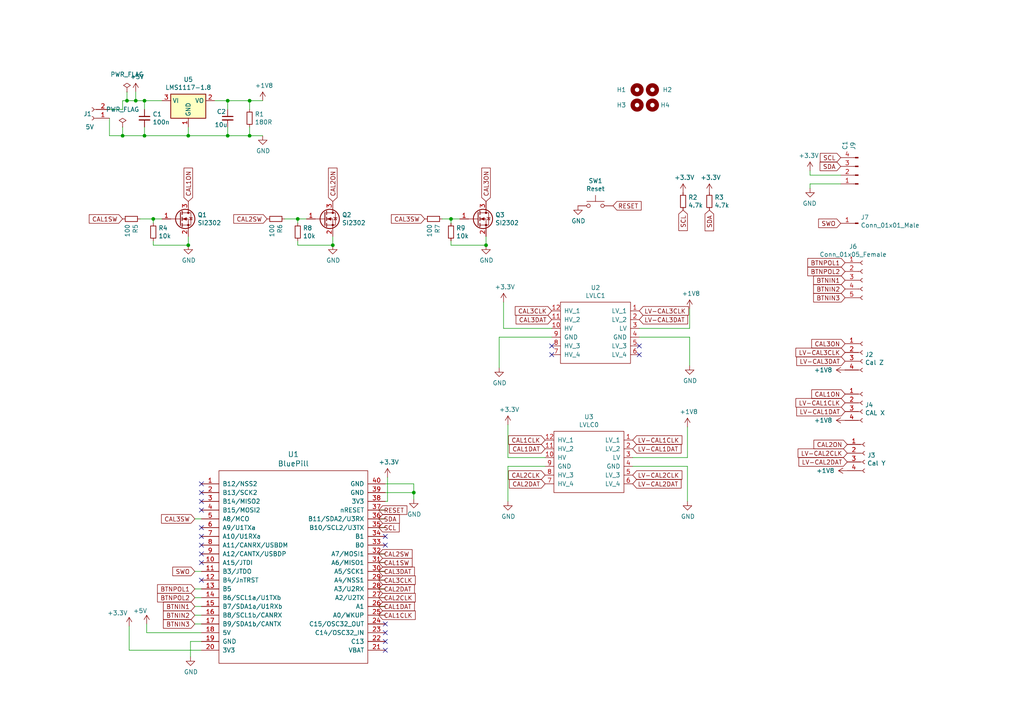
<source format=kicad_sch>
(kicad_sch (version 20231120) (generator "eeschema") (generator_version "8.0")
  (paper "A4")
  (lib_symbols
    (symbol "Connector:Conn_01x01_Pin" (pin_names (offset 1.016) hide)
      (property "Reference" "J" (at 0 2.54 0))
      (property "Value" "Conn_01x01_Pin" (at 0 -2.54 0))
      (symbol "Conn_01x01_Pin_1_1"
        (polyline (pts (xy 1.27 0) (xy 0.8636 0)) (stroke (width 0.1524)))
        (rectangle (start 0.8636 0.127) (end 0 -0.127) (stroke (width 0.1524)) (fill (type outline)))
        (pin passive line (at 5.08 0 180) (length 3.81) (name "Pin_1") (number "1"))
      )
    )
    (symbol "Connector:Conn_01x02_Socket" (pin_names (offset 1.016) hide)
      (property "Reference" "J" (at 0 2.54 0))
      (property "Value" "Conn_01x02_Socket" (at 0 -5.08 0))
      (symbol "Conn_01x02_Socket_1_1"
        (arc (start 0 -2.032) (mid -0.5058 -2.54) (end 0 -3.048) (stroke (width 0.1524)))
        (polyline (pts (xy -1.27 -2.54) (xy -0.508 -2.54)) (stroke (width 0.1524)))
        (polyline (pts (xy -1.27 0) (xy -0.508 0)) (stroke (width 0.1524)))
        (arc (start 0 0.508) (mid -0.5058 0) (end 0 -0.508) (stroke (width 0.1524)))
        (pin passive line (at -5.08 0 0) (length 3.81) (name "Pin_1") (number "1"))
        (pin passive line (at -5.08 -2.54 0) (length 3.81) (name "Pin_2") (number "2"))
      )
    )
    (symbol "Connector:Conn_01x04_Pin" (pin_names (offset 1.016) hide)
      (property "Reference" "J" (at 0 5.08 0))
      (property "Value" "Conn_01x04_Pin" (at 0 -7.62 0))
      (symbol "Conn_01x04_Pin_1_1"
        (polyline (pts (xy 1.27 -5.08) (xy 0.8636 -5.08)) (stroke (width 0.1524)))
        (polyline (pts (xy 1.27 -2.54) (xy 0.8636 -2.54)) (stroke (width 0.1524)))
        (polyline (pts (xy 1.27 0) (xy 0.8636 0)) (stroke (width 0.1524)))
        (polyline (pts (xy 1.27 2.54) (xy 0.8636 2.54)) (stroke (width 0.1524)))
        (rectangle (start 0.8636 -4.953) (end 0 -5.207) (stroke (width 0.1524)) (fill (type outline)))
        (rectangle (start 0.8636 -2.413) (end 0 -2.667) (stroke (width 0.1524)) (fill (type outline)))
        (rectangle (start 0.8636 0.127) (end 0 -0.127) (stroke (width 0.1524)) (fill (type outline)))
        (rectangle (start 0.8636 2.667) (end 0 2.413) (stroke (width 0.1524)) (fill (type outline)))
        (pin passive line (at 5.08 2.54 180) (length 3.81) (name "Pin_1") (number "1"))
        (pin passive line (at 5.08 0 180) (length 3.81) (name "Pin_2") (number "2"))
        (pin passive line (at 5.08 -2.54 180) (length 3.81) (name "Pin_3") (number "3"))
        (pin passive line (at 5.08 -5.08 180) (length 3.81) (name "Pin_4") (number "4"))
      )
    )
    (symbol "Connector:Conn_01x04_Socket" (pin_names (offset 1.016) hide)
      (property "Reference" "J" (at 0 5.08 0))
      (property "Value" "Conn_01x04_Socket" (at 0 -7.62 0))
      (symbol "Conn_01x04_Socket_1_1"
        (arc (start 0 -4.572) (mid -0.5058 -5.08) (end 0 -5.588) (stroke (width 0.1524)))
        (arc (start 0 -2.032) (mid -0.5058 -2.54) (end 0 -3.048) (stroke (width 0.1524)))
        (polyline (pts (xy -1.27 -5.08) (xy -0.508 -5.08)) (stroke (width 0.1524)))
        (polyline (pts (xy -1.27 -2.54) (xy -0.508 -2.54)) (stroke (width 0.1524)))
        (polyline (pts (xy -1.27 0) (xy -0.508 0)) (stroke (width 0.1524)))
        (polyline (pts (xy -1.27 2.54) (xy -0.508 2.54)) (stroke (width 0.1524)))
        (arc (start 0 0.508) (mid -0.5058 0) (end 0 -0.508) (stroke (width 0.1524)))
        (arc (start 0 3.048) (mid -0.5058 2.54) (end 0 2.032) (stroke (width 0.1524)))
        (pin passive line (at -5.08 2.54 0) (length 3.81) (name "Pin_1") (number "1"))
        (pin passive line (at -5.08 0 0) (length 3.81) (name "Pin_2") (number "2"))
        (pin passive line (at -5.08 -2.54 0) (length 3.81) (name "Pin_3") (number "3"))
        (pin passive line (at -5.08 -5.08 0) (length 3.81) (name "Pin_4") (number "4"))
      )
    )
    (symbol "Connector:Conn_01x05_Socket" (pin_names (offset 1.016) hide)
      (property "Reference" "J" (at 0 7.62 0))
      (property "Value" "Conn_01x05_Socket" (at 0 -7.62 0))
      (symbol "Conn_01x05_Socket_1_1"
        (arc (start 0 -4.572) (mid -0.5058 -5.08) (end 0 -5.588) (stroke (width 0.1524)))
        (arc (start 0 -2.032) (mid -0.5058 -2.54) (end 0 -3.048) (stroke (width 0.1524)))
        (polyline (pts (xy -1.27 -5.08) (xy -0.508 -5.08)) (stroke (width 0.1524)))
        (polyline (pts (xy -1.27 -2.54) (xy -0.508 -2.54)) (stroke (width 0.1524)))
        (polyline (pts (xy -1.27 0) (xy -0.508 0)) (stroke (width 0.1524)))
        (polyline (pts (xy -1.27 2.54) (xy -0.508 2.54)) (stroke (width 0.1524)))
        (polyline (pts (xy -1.27 5.08) (xy -0.508 5.08)) (stroke (width 0.1524)))
        (arc (start 0 0.508) (mid -0.5058 0) (end 0 -0.508) (stroke (width 0.1524)))
        (arc (start 0 3.048) (mid -0.5058 2.54) (end 0 2.032) (stroke (width 0.1524)))
        (arc (start 0 5.588) (mid -0.5058 5.08) (end 0 4.572) (stroke (width 0.1524)))
        (pin passive line (at -5.08 5.08 0) (length 3.81) (name "Pin_1") (number "1"))
        (pin passive line (at -5.08 2.54 0) (length 3.81) (name "Pin_2") (number "2"))
        (pin passive line (at -5.08 0 0) (length 3.81) (name "Pin_3") (number "3"))
        (pin passive line (at -5.08 -2.54 0) (length 3.81) (name "Pin_4") (number "4"))
        (pin passive line (at -5.08 -5.08 0) (length 3.81) (name "Pin_5") (number "5"))
      )
    )
    (symbol "Device:C_Small" (pin_numbers hide) (pin_names (offset 0.254) hide)
      (property "Reference" "C" (at 0.254 1.778 0))
      (property "Value" "C_Small" (at 0.254 -2.032 0))
      (symbol "C_Small_0_1"
        (polyline (pts (xy -1.524 -0.508) (xy 1.524 -0.508)) (stroke (width 0.3302)))
        (polyline (pts (xy -1.524 0.508) (xy 1.524 0.508)) (stroke (width 0.3048)))
      )
      (symbol "C_Small_1_1"
        (pin passive line (at 0 2.54 270) (length 2.032) (name "~") (number "1"))
        (pin passive line (at 0 -2.54 90) (length 2.032) (name "~") (number "2"))
      )
    )
    (symbol "Device:R_Small" (pin_numbers hide) (pin_names (offset 0.254) hide)
      (property "Reference" "R" (at 0.762 0.508 0))
      (property "Value" "R_Small" (at 0.762 -1.016 0))
      (symbol "R_Small_0_1"
        (rectangle (start -0.762 1.778) (end 0.762 -1.778) (stroke (width 0.2032)))
      )
      (symbol "R_Small_1_1"
        (pin passive line (at 0 2.54 270) (length 0.762) (name "~") (number "1"))
        (pin passive line (at 0 -2.54 90) (length 0.762) (name "~") (number "2"))
      )
    )
    (symbol "Mechanical:MountingHole" (pin_names (offset 1.016))
      (property "Reference" "H" (at 0 5.08 0))
      (property "Value" "MountingHole" (at 0 3.175 0))
      (symbol "MountingHole_0_1"
        (circle (center 0 0) (radius 1.27) (stroke (width 1.27)))
      )
    )
    (symbol "Regulator_Linear:LD1117S12TR_SOT223"
      (property "Reference" "U" (at -3.81 3.175 0))
      (property "Value" "LD1117S12TR_SOT223" (at 0 3.175 0))
      (symbol "LD1117S12TR_SOT223_0_1"
        (rectangle (start -5.08 -5.08) (end 5.08 1.905) (stroke (width 0.254)) (fill (type background)))
      )
      (symbol "LD1117S12TR_SOT223_1_1"
        (pin power_in line (at 0 -7.62 90) (length 2.54) (name "GND") (number "1"))
        (pin power_out line (at 7.62 0 180) (length 2.54) (name "VO") (number "2"))
        (pin power_in line (at -7.62 0 0) (length 2.54) (name "VI") (number "3"))
      )
    )
    (symbol "Switch:SW_Push" (pin_numbers hide) (pin_names (offset 1.016) hide)
      (property "Reference" "SW" (at 1.27 2.54 0))
      (property "Value" "SW_Push" (at 0 -1.524 0))
      (symbol "SW_Push_0_1"
        (circle (center -2.032 0) (radius 0.508))
        (polyline (pts (xy 0 1.27) (xy 0 3.048)))
        (polyline (pts (xy 2.54 1.27) (xy -2.54 1.27)))
        (circle (center 2.032 0) (radius 0.508))
        (pin passive line (at -5.08 0 0) (length 2.54) (name "1") (number "1"))
        (pin passive line (at 5.08 0 180) (length 2.54) (name "2") (number "2"))
      )
    )
    (symbol "Transistor_FET:BSS138" (pin_names hide)
      (property "Reference" "Q" (at 5.08 1.905 0))
      (property "Value" "BSS138" (at 5.08 0 0))
      (symbol "BSS138_0_1"
        (polyline (pts (xy 0.254 0) (xy -2.54 0)))
        (polyline (pts (xy 0.254 1.905) (xy 0.254 -1.905)) (stroke (width 0.254)))
        (polyline (pts (xy 0.762 -1.27) (xy 0.762 -2.286)) (stroke (width 0.254)))
        (polyline (pts (xy 0.762 0.508) (xy 0.762 -0.508)) (stroke (width 0.254)))
        (polyline (pts (xy 0.762 2.286) (xy 0.762 1.27)) (stroke (width 0.254)))
        (polyline (pts (xy 2.54 2.54) (xy 2.54 1.778)))
        (polyline (pts (xy 2.54 -2.54) (xy 2.54 0) (xy 0.762 0)))
        (polyline (pts (xy 0.762 -1.778) (xy 3.302 -1.778) (xy 3.302 1.778) (xy 0.762 1.778)))
        (polyline (pts (xy 1.016 0) (xy 2.032 0.381) (xy 2.032 -0.381) (xy 1.016 0)) (fill (type outline)))
        (polyline (pts (xy 2.794 0.508) (xy 2.921 0.381) (xy 3.683 0.381) (xy 3.81 0.254)))
        (polyline (pts (xy 3.302 0.381) (xy 2.921 -0.254) (xy 3.683 -0.254) (xy 3.302 0.381)))
        (circle (center 1.651 0) (radius 2.794) (stroke (width 0.254)))
        (circle (center 2.54 -1.778) (radius 0.254) (fill (type outline)))
        (circle (center 2.54 1.778) (radius 0.254) (fill (type outline)))
      )
      (symbol "BSS138_1_1"
        (pin input line (at -5.08 0 0) (length 2.54) (name "G") (number "1"))
        (pin passive line (at 2.54 -5.08 90) (length 2.54) (name "S") (number "2"))
        (pin passive line (at 2.54 5.08 270) (length 2.54) (name "D") (number "3"))
      )
    )
    (symbol "dro:BluePill" (pin_names (offset 1.016))
      (property "Reference" "U" (at 0 21.59 0))
      (property "Value" "BluePill" (at 0 -12.7 90))
      (symbol "BluePill_0_1"
        (rectangle (start -21.59 26.67) (end 21.59 -29.21))
      )
      (symbol "BluePill_1_1"
        (pin input line (at -26.67 22.86 0) (length 5.08) (name "B12/NSS2") (number "1"))
        (pin input line (at -26.67 0 0) (length 5.08) (name "A15/JTDI") (number "10"))
        (pin input line (at -26.67 -2.54 0) (length 5.08) (name "B3/JTDO") (number "11"))
        (pin input line (at -26.67 -5.08 0) (length 5.08) (name "B4/JnTRST") (number "12"))
        (pin input line (at -26.67 -7.62 0) (length 5.08) (name "B5") (number "13"))
        (pin input line (at -26.67 -10.16 0) (length 5.08) (name "B6/SCL1a/U1TXb") (number "14"))
        (pin input line (at -26.67 -12.7 0) (length 5.08) (name "B7/SDA1a/U1RXb") (number "15"))
        (pin input line (at -26.67 -15.24 0) (length 5.08) (name "B8/SCL1b/CANRX") (number "16"))
        (pin input line (at -26.67 -17.78 0) (length 5.08) (name "B9/SDA1b/CANTX") (number "17"))
        (pin input line (at -26.67 -20.32 0) (length 5.08) (name "5V") (number "18"))
        (pin input line (at -26.67 -22.86 0) (length 5.08) (name "GND") (number "19"))
        (pin input line (at -26.67 20.32 0) (length 5.08) (name "B13/SCK2") (number "2"))
        (pin input line (at -26.67 -25.4 0) (length 5.08) (name "3V3") (number "20"))
        (pin input line (at 26.67 -25.4 180) (length 5.08) (name "VBAT") (number "21"))
        (pin input line (at 26.67 -22.86 180) (length 5.08) (name "C13") (number "22"))
        (pin input line (at 26.67 -20.32 180) (length 5.08) (name "C14/OSC32_IN") (number "23"))
        (pin input line (at 26.67 -17.78 180) (length 5.08) (name "C15/OSC32_OUT") (number "24"))
        (pin input line (at 26.67 -15.24 180) (length 5.08) (name "A0/WKUP") (number "25"))
        (pin input line (at 26.67 -12.7 180) (length 5.08) (name "A1") (number "26"))
        (pin input line (at 26.67 -10.16 180) (length 5.08) (name "A2/U2TX") (number "27"))
        (pin input line (at 26.67 -7.62 180) (length 5.08) (name "A3/U2RX") (number "28"))
        (pin input line (at 26.67 -5.08 180) (length 5.08) (name "A4/NSS1") (number "29"))
        (pin input line (at -26.67 17.78 0) (length 5.08) (name "B14/MISO2") (number "3"))
        (pin input line (at 26.67 -2.54 180) (length 5.08) (name "A5/SCK1") (number "30"))
        (pin input line (at 26.67 0 180) (length 5.08) (name "A6/MISO1") (number "31"))
        (pin input line (at 26.67 2.54 180) (length 5.08) (name "A7/MOSI1") (number "32"))
        (pin input line (at 26.67 5.08 180) (length 5.08) (name "B0") (number "33"))
        (pin input line (at 26.67 7.62 180) (length 5.08) (name "B1") (number "34"))
        (pin input line (at 26.67 10.16 180) (length 5.08) (name "B10/SCL2/U3TX") (number "35"))
        (pin input line (at 26.67 12.7 180) (length 5.08) (name "B11/SDA2/U3RX") (number "36"))
        (pin input line (at 26.67 15.24 180) (length 5.08) (name "nRESET") (number "37"))
        (pin input line (at 26.67 17.78 180) (length 5.08) (name "3V3") (number "38"))
        (pin input line (at 26.67 20.32 180) (length 5.08) (name "GND") (number "39"))
        (pin input line (at -26.67 15.24 0) (length 5.08) (name "B15/MOSI2") (number "4"))
        (pin input line (at 26.67 22.86 180) (length 5.08) (name "GND") (number "40"))
        (pin input line (at -26.67 12.7 0) (length 5.08) (name "A8/MCO") (number "5"))
        (pin input line (at -26.67 10.16 0) (length 5.08) (name "A9/U1TXa") (number "6"))
        (pin input line (at -26.67 7.62 0) (length 5.08) (name "A10/U1RXa") (number "7"))
        (pin input line (at -26.67 5.08 0) (length 5.08) (name "A11/CANRX/USBDM") (number "8"))
        (pin input line (at -26.67 2.54 0) (length 5.08) (name "A12/CANTX/USBDP") (number "9"))
      )
    )
    (symbol "dro:LVLC" (pin_names (offset 1.016))
      (property "Reference" "U" (at 0 0 0))
      (property "Value" "LVLC" (at 0 6.35 0))
      (symbol "LVLC_0_0"
        (rectangle (start -11.43 -8.89) (end 8.89 8.89))
      )
      (symbol "LVLC_1_1"
        (pin bidirectional line (at -13.97 6.35 0) (length 2.54) (name "LV_1") (number "1"))
        (pin power_in line (at 11.43 1.27 180) (length 2.54) (name "HV") (number "10"))
        (pin bidirectional line (at 11.43 3.81 180) (length 2.54) (name "HV_2") (number "11"))
        (pin bidirectional line (at 11.43 6.35 180) (length 2.54) (name "HV_1") (number "12"))
        (pin bidirectional line (at -13.97 3.81 0) (length 2.54) (name "LV_2") (number "2"))
        (pin power_in line (at -13.97 1.27 0) (length 2.54) (name "LV") (number "3"))
        (pin power_in line (at -13.97 -1.27 0) (length 2.54) (name "GND") (number "4"))
        (pin bidirectional line (at -13.97 -3.81 0) (length 2.54) (name "LV_3") (number "5"))
        (pin bidirectional line (at -13.97 -6.35 0) (length 2.54) (name "LV_4") (number "6"))
        (pin bidirectional line (at 11.43 -6.35 180) (length 2.54) (name "HV_4") (number "7"))
        (pin bidirectional line (at 11.43 -3.81 180) (length 2.54) (name "HV_3") (number "8"))
        (pin power_in line (at 11.43 -1.27 180) (length 2.54) (name "GND") (number "9"))
      )
    )
    (symbol "power:+1V8" (power) (pin_names (offset 0))
      (property "Value" "+1V8" (at 0 3.556 0))
      (symbol "+1V8_0_1"
        (polyline (pts (xy -0.762 1.27) (xy 0 2.54)))
        (polyline (pts (xy 0 0) (xy 0 2.54)))
        (polyline (pts (xy 0 2.54) (xy 0.762 1.27)))
      )
      (symbol "+1V8_1_1"
        (pin power_in line (at 0 0 90) (length 0) hide (name "+1V8") (number "1"))
      )
    )
    (symbol "power:+3.3V" (power) (pin_names (offset 0))
      (property "Value" "+3.3V" (at 0 3.556 0))
      (symbol "+3.3V_0_1"
        (polyline (pts (xy -0.762 1.27) (xy 0 2.54)))
        (polyline (pts (xy 0 0) (xy 0 2.54)))
        (polyline (pts (xy 0 2.54) (xy 0.762 1.27)))
      )
      (symbol "+3.3V_1_1"
        (pin power_in line (at 0 0 90) (length 0) hide (name "+3.3V") (number "1"))
      )
    )
    (symbol "power:+5V" (power) (pin_names (offset 0))
      (property "Value" "+5V" (at 0 3.556 0))
      (symbol "+5V_0_1"
        (polyline (pts (xy -0.762 1.27) (xy 0 2.54)))
        (polyline (pts (xy 0 0) (xy 0 2.54)))
        (polyline (pts (xy 0 2.54) (xy 0.762 1.27)))
      )
      (symbol "+5V_1_1"
        (pin power_in line (at 0 0 90) (length 0) hide (name "+5V") (number "1"))
      )
    )
    (symbol "power:GND" (power) (pin_names (offset 0))
      (property "Value" "GND" (at 0 -3.81 0))
      (symbol "GND_0_1"
        (polyline (pts (xy 0 0) (xy 0 -1.27) (xy 1.27 -1.27) (xy 0 -2.54) (xy -1.27 -1.27) (xy 0 -1.27)))
      )
      (symbol "GND_1_1"
        (pin power_in line (at 0 0 270) (length 0) hide (name "GND") (number "1"))
      )
    )
    (symbol "power:PWR_FLAG" (power) (pin_numbers hide) (pin_names (offset 0) hide)
      (property "Value" "PWR_FLAG" (at 0 3.81 0))
      (symbol "PWR_FLAG_0_0"
        (pin power_out line (at 0 0 90) (length 0) (name "pwr") (number "1"))
      )
      (symbol "PWR_FLAG_0_1"
        (polyline (pts (xy 0 0) (xy 0 1.27) (xy -1.016 1.905) (xy 0 2.54) (xy 1.016 1.905) (xy 0 1.27)))
      )
    )
  )
  (junction (at 66.04 29.21))
  (junction (at 35.56 39.37))
  (junction (at 72.39 39.37))
  (junction (at 54.61 71.12))
  (junction (at 140.97 71.12))
  (junction (at 44.45 63.5))
  (junction (at 36.83 29.21))
  (junction (at 120.015 142.875))
  (junction (at 86.36 63.5))
  (junction (at 130.81 63.5))
  (junction (at 72.39 29.21))
  (junction (at 96.52 71.12))
  (junction (at 54.61 39.37))
  (junction (at 39.37 29.21))
  (junction (at 41.91 39.37))
  (junction (at 41.91 29.21))
  (junction (at 66.04 39.37))
  (no_connect (at 111.76 158.115))
  (no_connect (at 58.42 140.335))
  (no_connect (at 58.42 155.575))
  (no_connect (at 160.02 100.33))
  (no_connect (at 111.76 183.515))
  (no_connect (at 58.42 153.035))
  (no_connect (at 58.42 147.955))
  (no_connect (at 58.42 158.115))
  (no_connect (at 185.42 100.33))
  (no_connect (at 58.42 163.195))
  (no_connect (at 111.76 155.575))
  (no_connect (at 160.02 102.87))
  (no_connect (at 58.42 168.275))
  (no_connect (at 58.42 142.875))
  (no_connect (at 58.42 160.655))
  (no_connect (at 111.76 186.055))
  (no_connect (at 58.42 145.415))
  (no_connect (at 111.76 180.975))
  (no_connect (at 111.76 188.595))
  (no_connect (at 185.42 102.87))
  (wire (pts (xy 183.515 135.255) (xy 199.39 135.255)))
  (wire (pts (xy 41.91 36.83) (xy 41.91 39.37)))
  (wire (pts (xy 144.78 97.79) (xy 144.78 106.68)))
  (wire (pts (xy 82.55 63.5) (xy 86.36 63.5)))
  (wire (pts (xy 35.56 39.37) (xy 41.91 39.37)))
  (wire (pts (xy 66.04 36.83) (xy 66.04 39.37)))
  (wire (pts (xy 44.45 71.12) (xy 44.45 69.85)))
  (wire (pts (xy 200.025 97.79) (xy 200.025 106.045)))
  (wire (pts (xy 130.81 71.12) (xy 140.97 71.12)))
  (wire (pts (xy 31.75 31.75) (xy 35.56 31.75)))
  (wire (pts (xy 37.465 188.595) (xy 37.465 181.61)))
  (wire (pts (xy 144.78 97.79) (xy 160.02 97.79)))
  (wire (pts (xy 58.42 165.735) (xy 56.515 165.735)))
  (wire (pts (xy 62.23 29.21) (xy 66.04 29.21)))
  (wire (pts (xy 147.32 123.19) (xy 147.32 132.715)))
  (wire (pts (xy 72.39 31.75) (xy 72.39 29.21)))
  (wire (pts (xy 42.545 183.515) (xy 42.545 180.975)))
  (wire (pts (xy 111.76 178.435) (xy 109.855 178.435)))
  (wire (pts (xy 111.76 170.815) (xy 109.855 170.815)))
  (wire (pts (xy 185.42 97.79) (xy 200.025 97.79)))
  (wire (pts (xy 58.42 175.895) (xy 56.515 175.895)))
  (wire (pts (xy 120.015 140.335) (xy 120.015 142.875)))
  (wire (pts (xy 72.39 29.21) (xy 76.2 29.21)))
  (wire (pts (xy 234.95 53.34) (xy 243.84 53.34)))
  (wire (pts (xy 58.42 173.355) (xy 56.515 173.355)))
  (wire (pts (xy 44.45 71.12) (xy 54.61 71.12)))
  (wire (pts (xy 111.76 173.355) (xy 109.855 173.355)))
  (wire (pts (xy 41.91 39.37) (xy 54.61 39.37)))
  (wire (pts (xy 146.05 87.63) (xy 146.05 95.25)))
  (wire (pts (xy 36.83 29.21) (xy 39.37 29.21)))
  (wire (pts (xy 111.76 142.875) (xy 120.015 142.875)))
  (wire (pts (xy 35.56 31.75) (xy 35.56 29.21)))
  (wire (pts (xy 111.76 165.735) (xy 109.855 165.735)))
  (wire (pts (xy 31.75 34.29) (xy 31.75 39.37)))
  (wire (pts (xy 86.36 71.12) (xy 96.52 71.12)))
  (wire (pts (xy 111.76 150.495) (xy 109.855 150.495)))
  (wire (pts (xy 58.42 180.975) (xy 56.515 180.975)))
  (wire (pts (xy 130.81 71.12) (xy 130.81 69.85)))
  (wire (pts (xy 58.42 150.495) (xy 56.515 150.495)))
  (wire (pts (xy 54.61 68.58) (xy 54.61 71.12)))
  (wire (pts (xy 35.56 36.83) (xy 35.56 39.37)))
  (wire (pts (xy 54.61 36.83) (xy 54.61 39.37)))
  (wire (pts (xy 158.115 135.255) (xy 147.32 135.255)))
  (wire (pts (xy 86.36 71.12) (xy 86.36 69.85)))
  (wire (pts (xy 41.91 31.75) (xy 41.91 29.21)))
  (wire (pts (xy 111.76 168.275) (xy 109.855 168.275)))
  (wire (pts (xy 39.37 29.21) (xy 41.91 29.21)))
  (wire (pts (xy 41.91 29.21) (xy 46.99 29.21)))
  (wire (pts (xy 39.37 26.67) (xy 39.37 29.21)))
  (wire (pts (xy 40.64 63.5) (xy 44.45 63.5)))
  (wire (pts (xy 112.395 145.415) (xy 112.395 138.43)))
  (wire (pts (xy 66.04 39.37) (xy 72.39 39.37)))
  (wire (pts (xy 234.95 49.53) (xy 234.95 50.8)))
  (wire (pts (xy 147.32 135.255) (xy 147.32 145.415)))
  (wire (pts (xy 86.36 63.5) (xy 88.9 63.5)))
  (wire (pts (xy 140.97 68.58) (xy 140.97 71.12)))
  (wire (pts (xy 72.39 39.37) (xy 76.2 39.37)))
  (wire (pts (xy 199.39 132.715) (xy 199.39 123.825)))
  (wire (pts (xy 111.76 153.035) (xy 109.855 153.035)))
  (wire (pts (xy 234.95 50.8) (xy 243.84 50.8)))
  (wire (pts (xy 111.76 140.335) (xy 120.015 140.335)))
  (wire (pts (xy 183.515 132.715) (xy 199.39 132.715)))
  (wire (pts (xy 54.61 39.37) (xy 66.04 39.37)))
  (wire (pts (xy 146.05 95.25) (xy 160.02 95.25)))
  (wire (pts (xy 130.81 63.5) (xy 133.35 63.5)))
  (wire (pts (xy 120.015 142.875) (xy 120.015 144.78)))
  (wire (pts (xy 72.39 36.83) (xy 72.39 39.37)))
  (wire (pts (xy 200.025 95.25) (xy 200.025 89.535)))
  (wire (pts (xy 158.115 132.715) (xy 147.32 132.715)))
  (wire (pts (xy 96.52 68.58) (xy 96.52 71.12)))
  (wire (pts (xy 128.27 63.5) (xy 130.81 63.5)))
  (wire (pts (xy 55.245 186.055) (xy 55.245 190.5)))
  (wire (pts (xy 199.39 135.255) (xy 199.39 145.415)))
  (wire (pts (xy 44.45 63.5) (xy 46.99 63.5)))
  (wire (pts (xy 234.95 54.61) (xy 234.95 53.34)))
  (wire (pts (xy 111.76 160.655) (xy 109.855 160.655)))
  (wire (pts (xy 42.545 183.515) (xy 58.42 183.515)))
  (wire (pts (xy 86.36 64.77) (xy 86.36 63.5)))
  (wire (pts (xy 58.42 186.055) (xy 55.245 186.055)))
  (wire (pts (xy 58.42 170.815) (xy 56.515 170.815)))
  (wire (pts (xy 58.42 178.435) (xy 56.515 178.435)))
  (wire (pts (xy 130.81 64.77) (xy 130.81 63.5)))
  (wire (pts (xy 31.75 39.37) (xy 35.56 39.37)))
  (wire (pts (xy 111.76 147.955) (xy 109.855 147.955)))
  (wire (pts (xy 185.42 95.25) (xy 200.025 95.25)))
  (wire (pts (xy 111.76 145.415) (xy 112.395 145.415)))
  (wire (pts (xy 35.56 29.21) (xy 36.83 29.21)))
  (wire (pts (xy 37.465 188.595) (xy 58.42 188.595)))
  (wire (pts (xy 111.76 163.195) (xy 109.855 163.195)))
  (wire (pts (xy 66.04 31.75) (xy 66.04 29.21)))
  (wire (pts (xy 111.76 175.895) (xy 109.855 175.895)))
  (wire (pts (xy 36.83 26.67) (xy 36.83 29.21)))
  (wire (pts (xy 44.45 64.77) (xy 44.45 63.5)))
  (wire (pts (xy 66.04 29.21) (xy 72.39 29.21)))
  (global_label "SWO" (shape input) (at 56.515 165.735 180) (property "Intersheetrefs" "${INTERSHEET_REFS}" (effects (hide yes))))
  (global_label "CAL2DAT" (shape input) (at 158.115 140.335 180) (property "Intersheetrefs" "${INTERSHEET_REFS}" (effects (hide yes))))
  (global_label "CAL2ON" (shape input) (at 245.745 128.905 180) (property "Intersheetrefs" "${INTERSHEET_REFS}" (effects (hide yes))))
  (global_label "CAL1DAT" (shape input) (at 109.855 175.895 0) (property "Intersheetrefs" "${INTERSHEET_REFS}" (effects (hide yes))))
  (global_label "BTNIN3" (shape input) (at 245.11 86.36 180) (property "Intersheetrefs" "${INTERSHEET_REFS}" (effects (hide yes))))
  (global_label "LV-CAL3CLK" (shape input) (at 245.11 102.235 180) (property "Intersheetrefs" "${INTERSHEET_REFS}" (effects (hide yes))))
  (global_label "LV-CAL2CLK" (shape input) (at 183.515 137.795 0) (property "Intersheetrefs" "${INTERSHEET_REFS}" (effects (hide yes))))
  (global_label "RESET" (shape input) (at 109.855 147.955 0) (property "Intersheetrefs" "${INTERSHEET_REFS}" (effects (hide yes))))
  (global_label "CAL3ON" (shape input) (at 140.97 58.42 90) (property "Intersheetrefs" "${INTERSHEET_REFS}" (effects (hide yes))))
  (global_label "LV-CAL3CLK" (shape input) (at 185.42 90.17 0) (property "Intersheetrefs" "${INTERSHEET_REFS}" (effects (hide yes))))
  (global_label "BTNPOL2" (shape input) (at 245.11 78.74 180) (property "Intersheetrefs" "${INTERSHEET_REFS}" (effects (hide yes))))
  (global_label "LV-CAL2CLK" (shape input) (at 245.745 131.445 180) (property "Intersheetrefs" "${INTERSHEET_REFS}" (effects (hide yes))))
  (global_label "LV-CAL1DAT" (shape input) (at 245.11 119.38 180) (property "Intersheetrefs" "${INTERSHEET_REFS}" (effects (hide yes))))
  (global_label "LV-CAL1CLK" (shape input) (at 245.11 116.84 180) (property "Intersheetrefs" "${INTERSHEET_REFS}" (effects (hide yes))))
  (global_label "BTNIN3" (shape input) (at 56.515 180.975 180) (property "Intersheetrefs" "${INTERSHEET_REFS}" (effects (hide yes))))
  (global_label "LV-CAL1DAT" (shape input) (at 183.515 130.175 0) (property "Intersheetrefs" "${INTERSHEET_REFS}" (effects (hide yes))))
  (global_label "SWO" (shape input) (at 243.84 64.77 180) (property "Intersheetrefs" "${INTERSHEET_REFS}" (effects (hide yes))))
  (global_label "BTNIN2" (shape input) (at 245.11 83.82 180) (property "Intersheetrefs" "${INTERSHEET_REFS}" (effects (hide yes))))
  (global_label "BTNIN1" (shape input) (at 56.515 175.895 180) (property "Intersheetrefs" "${INTERSHEET_REFS}" (effects (hide yes))))
  (global_label "BTNIN1" (shape input) (at 245.11 81.28 180) (property "Intersheetrefs" "${INTERSHEET_REFS}" (effects (hide yes))))
  (global_label "CAL3CLK" (shape input) (at 160.02 90.17 180) (property "Intersheetrefs" "${INTERSHEET_REFS}" (effects (hide yes))))
  (global_label "SDA" (shape input) (at 109.855 150.495 0) (property "Intersheetrefs" "${INTERSHEET_REFS}" (effects (hide yes))))
  (global_label "SDA" (shape input) (at 243.84 48.26 180) (property "Intersheetrefs" "${INTERSHEET_REFS}" (effects (hide yes))))
  (global_label "SCL" (shape input) (at 109.855 153.035 0) (property "Intersheetrefs" "${INTERSHEET_REFS}" (effects (hide yes))))
  (global_label "CAL2ON" (shape input) (at 96.52 58.42 90) (property "Intersheetrefs" "${INTERSHEET_REFS}" (effects (hide yes))))
  (global_label "CAL1SW" (shape input) (at 35.56 63.5 180) (property "Intersheetrefs" "${INTERSHEET_REFS}" (effects (hide yes))))
  (global_label "CAL1SW" (shape input) (at 109.855 163.195 0) (property "Intersheetrefs" "${INTERSHEET_REFS}" (effects (hide yes))))
  (global_label "CAL3SW" (shape input) (at 56.515 150.495 180) (property "Intersheetrefs" "${INTERSHEET_REFS}" (effects (hide yes))))
  (global_label "CAL2CLK" (shape input) (at 109.855 173.355 0) (property "Intersheetrefs" "${INTERSHEET_REFS}" (effects (hide yes))))
  (global_label "CAL1ON" (shape input) (at 245.11 114.3 180) (property "Intersheetrefs" "${INTERSHEET_REFS}" (effects (hide yes))))
  (global_label "CAL1CLK" (shape input) (at 109.855 178.435 0) (property "Intersheetrefs" "${INTERSHEET_REFS}" (effects (hide yes))))
  (global_label "SDA" (shape input) (at 205.74 60.96 270) (property "Intersheetrefs" "${INTERSHEET_REFS}" (effects (hide yes))))
  (global_label "CAL3DAT" (shape input) (at 109.855 165.735 0) (property "Intersheetrefs" "${INTERSHEET_REFS}" (effects (hide yes))))
  (global_label "SCL" (shape input) (at 198.12 60.96 270) (property "Intersheetrefs" "${INTERSHEET_REFS}" (effects (hide yes))))
  (global_label "CAL3CLK" (shape input) (at 109.855 168.275 0) (property "Intersheetrefs" "${INTERSHEET_REFS}" (effects (hide yes))))
  (global_label "CAL3ON" (shape input) (at 245.11 99.695 180) (property "Intersheetrefs" "${INTERSHEET_REFS}" (effects (hide yes))))
  (global_label "LV-CAL2DAT" (shape input) (at 183.515 140.335 0) (property "Intersheetrefs" "${INTERSHEET_REFS}" (effects (hide yes))))
  (global_label "CAL3DAT" (shape input) (at 160.02 92.71 180) (property "Intersheetrefs" "${INTERSHEET_REFS}" (effects (hide yes))))
  (global_label "LV-CAL3DAT" (shape input) (at 185.42 92.71 0) (property "Intersheetrefs" "${INTERSHEET_REFS}" (effects (hide yes))))
  (global_label "BTNPOL1" (shape input) (at 245.11 76.2 180) (property "Intersheetrefs" "${INTERSHEET_REFS}" (effects (hide yes))))
  (global_label "RESET" (shape input) (at 177.8 59.69 0) (property "Intersheetrefs" "${INTERSHEET_REFS}" (effects (hide yes))))
  (global_label "CAL2SW" (shape input) (at 77.47 63.5 180) (property "Intersheetrefs" "${INTERSHEET_REFS}" (effects (hide yes))))
  (global_label "LV-CAL2DAT" (shape input) (at 245.745 133.985 180) (property "Intersheetrefs" "${INTERSHEET_REFS}" (effects (hide yes))))
  (global_label "CAL1CLK" (shape input) (at 158.115 127.635 180) (property "Intersheetrefs" "${INTERSHEET_REFS}" (effects (hide yes))))
  (global_label "CAL2DAT" (shape input) (at 109.855 170.815 0) (property "Intersheetrefs" "${INTERSHEET_REFS}" (effects (hide yes))))
  (global_label "BTNPOL1" (shape input) (at 56.515 170.815 180) (property "Intersheetrefs" "${INTERSHEET_REFS}" (effects (hide yes))))
  (global_label "BTNIN2" (shape input) (at 56.515 178.435 180) (property "Intersheetrefs" "${INTERSHEET_REFS}" (effects (hide yes))))
  (global_label "SCL" (shape input) (at 243.84 45.72 180) (property "Intersheetrefs" "${INTERSHEET_REFS}" (effects (hide yes))))
  (global_label "BTNPOL2" (shape input) (at 56.515 173.355 180) (property "Intersheetrefs" "${INTERSHEET_REFS}" (effects (hide yes))))
  (global_label "LV-CAL1CLK" (shape input) (at 183.515 127.635 0) (property "Intersheetrefs" "${INTERSHEET_REFS}" (effects (hide yes))))
  (global_label "CAL1ON" (shape input) (at 54.61 58.42 90) (property "Intersheetrefs" "${INTERSHEET_REFS}" (effects (hide yes))))
  (global_label "LV-CAL3DAT" (shape input) (at 245.11 104.775 180) (property "Intersheetrefs" "${INTERSHEET_REFS}" (effects (hide yes))))
  (global_label "CAL2CLK" (shape input) (at 158.115 137.795 180) (property "Intersheetrefs" "${INTERSHEET_REFS}" (effects (hide yes))))
  (global_label "CAL2SW" (shape input) (at 109.855 160.655 0) (property "Intersheetrefs" "${INTERSHEET_REFS}" (effects (hide yes))))
  (global_label "CAL1DAT" (shape input) (at 158.115 130.175 180) (property "Intersheetrefs" "${INTERSHEET_REFS}" (effects (hide yes))))
  (global_label "CAL3SW" (shape input) (at 123.19 63.5 180) (property "Intersheetrefs" "${INTERSHEET_REFS}" (effects (hide yes))))
  (symbol (lib_id "dro:LVLC") (at 171.45 96.52 0) (mirror y) (unit 1)
    (property "Reference" "U2" (at 172.72 83.439 0))
    (property "Value" "LVLC1" (at 172.72 85.7504 0))
    (property "Footprint" "dro:levelconverter" (effects (hide yes)))
  )
  (symbol (lib_id "dro:LVLC") (at 169.545 133.985 0) (mirror y) (unit 1)
    (property "Reference" "U3" (at 170.815 120.904 0))
    (property "Value" "LVLC0" (at 170.815 123.2154 0))
    (property "Footprint" "dro:levelconverter" (effects (hide yes)))
  )
  (symbol (lib_id "dro:BluePill") (at 85.09 163.195 0) (unit 1)
    (property "Reference" "U1" (at 85.09 131.7752 0) (effects (font (size 1.524 1.524))))
    (property "Value" "BluePill" (at 85.09 134.4676 0) (effects (font (size 1.524 1.524))))
    (property "Footprint" "dro:bluepill" (effects (hide yes)))
  )
  (symbol (lib_id "Switch:SW_Push") (at 172.72 59.69 0) (unit 1)
    (property "Reference" "SW1" (at 172.72 52.451 0))
    (property "Value" "Reset" (at 172.72 54.7624 0))
    (property "Footprint" "Connector_PinHeader_2.54mm:PinHeader_1x02_P2.54mm_Vertical" (effects (hide yes)))
  )
  (symbol (lib_id "Connector:Conn_01x02_Socket") (at 26.67 34.29 180) (unit 1)
    (property "Reference" "J1" (at 25.4 33.02 0))
    (property "Value" "5V" (at 26.035 36.83 0))
    (property "Footprint" "Connector_JST:JST_XH_B2B-XH-A_1x02_P2.50mm_Vertical" (effects (hide yes)))
  )
  (symbol (lib_id "Connector:Conn_01x04_Socket") (at 250.19 102.235 0) (unit 1)
    (property "Reference" "J2" (at 250.9012 102.8446 0) (effects (justify left)))
    (property "Value" "Cal Z" (at 250.9012 105.156 0) (effects (justify left)))
    (property "Footprint" "Connector_JST:JST_XH_B4B-XH-A_1x04_P2.50mm_Vertical" (effects (hide yes)))
  )
  (symbol (lib_id "Connector:Conn_01x04_Socket") (at 250.825 131.445 0) (unit 1)
    (property "Reference" "J3" (at 251.5362 132.0546 0) (effects (justify left)))
    (property "Value" "Cal Y" (at 251.5362 134.366 0) (effects (justify left)))
    (property "Footprint" "Connector_JST:JST_XH_B4B-XH-A_1x04_P2.50mm_Vertical" (effects (hide yes)))
  )
  (symbol (lib_id "Connector:Conn_01x04_Socket") (at 250.19 116.84 0) (unit 1)
    (property "Reference" "J4" (at 250.9012 117.4496 0) (effects (justify left)))
    (property "Value" "CAL X" (at 250.9012 119.761 0) (effects (justify left)))
    (property "Footprint" "Connector_JST:JST_XH_B4B-XH-A_1x04_P2.50mm_Vertical" (effects (hide yes)))
  )
  (symbol (lib_id "Regulator_Linear:LD1117S12TR_SOT223") (at 54.61 29.21 0) (unit 1)
    (property "Reference" "U5" (at 54.61 23.0632 0))
    (property "Value" "LMS1117-1.8" (at 54.61 25.3746 0))
    (property "Footprint" "Package_TO_SOT_SMD:SOT-223-3_TabPin2" (effects (hide yes)))
    (property "Datasheet" "http://www.st.com/st-web-ui/static/active/en/resource/technical/document/datasheet/CD00000544.pdf" (effects (hide yes)))
  )
  (symbol (lib_id "Connector:Conn_01x04_Pin") (at 248.92 50.8 180) (unit 1)
    (property "Reference" "J9" (at 247.396 43.5102 90) (effects (justify right)))
    (property "Value" "C1" (at 245.0846 43.5102 90) (effects (justify right)))
    (property "Footprint" "Connector_JST:JST_XH_B4B-XH-A_1x04_P2.50mm_Vertical" (effects (hide yes)))
  )
  (symbol (lib_id "power:+1V8") (at 76.2 29.21 0) (unit 1)
    (property "Reference" "#PWR0103" (effects (hide yes)))
    (property "Value" "+1V8" (at 76.581 24.8158 0))
  )
  (symbol (lib_id "Connector:Conn_01x05_Socket") (at 250.19 81.28 0) (unit 1)
    (property "Reference" "J6" (at 247.4468 71.501 0))
    (property "Value" "Conn_01x05_Female" (at 247.4468 73.8124 0))
    (property "Footprint" "Connector_JST:JST_XH_B5B-XH-A_1x05_P2.50mm_Vertical" (effects (hide yes)))
  )
  (symbol (lib_id "Transistor_FET:BSS138") (at 52.07 63.5 0) (unit 1)
    (property "Reference" "Q1" (at 57.277 62.3316 0) (effects (justify left)))
    (property "Value" "SI2302" (at 57.277 64.643 0) (effects (justify left)))
    (property "Footprint" "Package_TO_SOT_SMD:SOT-23" (effects (hide yes)))
    (property "Datasheet" "https://www.onsemi.com/pub/Collateral/BSS138-D.PDF" (effects (hide yes)))
  )
  (symbol (lib_id "power:+3.3V") (at 37.465 181.61 0) (unit 1)
    (property "Reference" "#PWR023" (effects (hide yes)))
    (property "Value" "+3.3V" (at 31.115 177.8 0) (effects (justify left)))
  )
  (symbol (lib_id "power:GND") (at 55.245 190.5 0) (unit 1)
    (property "Reference" "#PWR025" (effects (hide yes)))
    (property "Value" "GND" (at 55.372 194.8942 0))
  )
  (symbol (lib_id "power:+5V") (at 39.37 26.67 0) (unit 1)
    (property "Reference" "#PWR01" (effects (hide yes)))
    (property "Value" "+5V" (at 39.751 22.2758 0))
  )
  (symbol (lib_id "power:GND") (at 76.2 39.37 0) (unit 1)
    (property "Reference" "#PWR03" (effects (hide yes)))
    (property "Value" "GND" (at 76.327 43.7642 0))
  )
  (symbol (lib_id "power:GND") (at 54.61 71.12 0) (unit 1)
    (property "Reference" "#PWR09" (effects (hide yes)))
    (property "Value" "GND" (at 54.737 75.5142 0))
  )
  (symbol (lib_id "Device:R_Small") (at 72.39 34.29 0) (unit 1)
    (property "Reference" "R1" (at 73.8886 33.1216 0) (effects (justify left)))
    (property "Value" "180R" (at 73.8886 35.433 0) (effects (justify left)))
    (property "Footprint" "Resistor_SMD:R_1206_3216Metric" (effects (hide yes)))
  )
  (symbol (lib_id "Device:C_Small") (at 41.91 34.29 0) (unit 1)
    (property "Reference" "C1" (at 44.2468 33.1216 0) (effects (justify left)))
    (property "Value" "100n" (at 44.2468 35.433 0) (effects (justify left)))
    (property "Footprint" "Capacitor_SMD:C_1206_3216Metric" (effects (hide yes)))
  )
  (symbol (lib_id "Device:C_Small") (at 66.04 34.29 0) (unit 1)
    (property "Reference" "C2" (at 62.865 32.385 0) (effects (justify left)))
    (property "Value" "10u" (at 62.23 36.195 0) (effects (justify left)))
    (property "Footprint" "Capacitor_SMD:C_1206_3216Metric" (effects (hide yes)))
  )
  (symbol (lib_id "Device:R_Small") (at 44.45 67.31 0) (unit 1)
    (property "Reference" "R4" (at 45.9486 66.1416 0) (effects (justify left)))
    (property "Value" "10k" (at 45.9486 68.453 0) (effects (justify left)))
    (property "Footprint" "Resistor_SMD:R_1206_3216Metric" (effects (hide yes)))
  )
  (symbol (lib_id "power:+3.3V") (at 198.12 55.88 0) (unit 1)
    (property "Reference" "#PWR05" (effects (hide yes)))
    (property "Value" "+3.3V" (at 198.501 51.4858 0))
  )
  (symbol (lib_id "power:+3.3V") (at 205.74 55.88 0) (unit 1)
    (property "Reference" "#PWR06" (effects (hide yes)))
    (property "Value" "+3.3V" (at 206.121 51.4858 0))
  )
  (symbol (lib_id "power:+3.3V") (at 234.95 49.53 0) (mirror y) (unit 1)
    (property "Reference" "#PWR04" (effects (hide yes)))
    (property "Value" "+3.3V" (at 234.569 45.1358 0))
  )
  (symbol (lib_id "power:GND") (at 234.95 54.61 0) (mirror y) (unit 1)
    (property "Reference" "#PWR07" (effects (hide yes)))
    (property "Value" "GND" (at 234.823 59.0042 0))
  )
  (symbol (lib_id "power:GND") (at 120.015 144.78 0) (unit 1)
    (property "Reference" "#PWR016" (effects (hide yes)))
    (property "Value" "GND" (at 120.142 149.1742 0))
  )
  (symbol (lib_id "power:+3.3V") (at 112.395 138.43 0) (unit 1)
    (property "Reference" "#PWR012" (effects (hide yes)))
    (property "Value" "+3.3V" (at 112.776 134.0358 0))
  )
  (symbol (lib_id "power:GND") (at 167.64 59.69 0) (unit 1)
    (property "Reference" "#PWR08" (effects (hide yes)))
    (property "Value" "GND" (at 167.767 64.0842 0))
  )
  (symbol (lib_id "power:+3.3V") (at 146.05 87.63 0) (unit 1)
    (property "Reference" "#PWR010" (effects (hide yes)))
    (property "Value" "+3.3V" (at 146.431 83.2358 0))
  )
  (symbol (lib_id "power:+3.3V") (at 147.32 123.19 0) (unit 1)
    (property "Reference" "#PWR018" (effects (hide yes)))
    (property "Value" "+3.3V" (at 147.701 118.7958 0))
  )
  (symbol (lib_id "power:GND") (at 147.32 145.415 0) (unit 1)
    (property "Reference" "#PWR021" (effects (hide yes)))
    (property "Value" "GND" (at 147.447 149.8092 0))
  )
  (symbol (lib_id "power:GND") (at 144.78 106.68 0) (unit 1)
    (property "Reference" "#PWR014" (effects (hide yes)))
    (property "Value" "GND" (at 144.907 111.0742 0))
  )
  (symbol (lib_id "power:GND") (at 199.39 145.415 0) (unit 1)
    (property "Reference" "#PWR022" (effects (hide yes)))
    (property "Value" "GND" (at 199.517 149.8092 0))
  )
  (symbol (lib_id "power:GND") (at 200.025 106.045 0) (unit 1)
    (property "Reference" "#PWR015" (effects (hide yes)))
    (property "Value" "GND" (at 200.152 110.4392 0))
  )
  (symbol (lib_id "power:+1V8") (at 200.025 89.535 0) (unit 1)
    (property "Reference" "#PWR011" (effects (hide yes)))
    (property "Value" "+1V8" (at 200.406 85.1408 0))
  )
  (symbol (lib_id "power:+1V8") (at 199.39 123.825 0) (unit 1)
    (property "Reference" "#PWR019" (effects (hide yes)))
    (property "Value" "+1V8" (at 199.771 119.4308 0))
  )
  (symbol (lib_id "power:+5V") (at 42.545 180.975 0) (unit 1)
    (property "Reference" "#PWR024" (effects (hide yes)))
    (property "Value" "+5V" (at 40.64 177.165 0))
  )
  (symbol (lib_id "power:+1V8") (at 245.11 107.315 90) (unit 1)
    (property "Reference" "#PWR013" (effects (hide yes)))
    (property "Value" "+1V8" (at 238.76 107.315 90))
  )
  (symbol (lib_id "Device:R_Small") (at 198.12 58.42 0) (unit 1)
    (property "Reference" "R2" (at 199.6186 57.2516 0) (effects (justify left)))
    (property "Value" "4.7k" (at 199.6186 59.563 0) (effects (justify left)))
    (property "Footprint" "Resistor_SMD:R_1206_3216Metric" (effects (hide yes)))
  )
  (symbol (lib_id "Device:R_Small") (at 205.74 58.42 0) (unit 1)
    (property "Reference" "R3" (at 207.2386 57.2516 0) (effects (justify left)))
    (property "Value" "4.7k" (at 207.2386 59.563 0) (effects (justify left)))
    (property "Footprint" "Resistor_SMD:R_1206_3216Metric" (effects (hide yes)))
  )
  (symbol (lib_id "Mechanical:MountingHole") (at 184.785 26.035 90) (unit 1)
    (property "Reference" "H1" (at 181.61 26.035 90) (effects (justify left)))
    (property "Value" "MountingHole" (effects (hide yes)))
    (property "Footprint" "MountingHole:MountingHole_3.5mm_Pad" (effects (hide yes)))
  )
  (symbol (lib_id "Mechanical:MountingHole") (at 189.23 26.035 90) (unit 1)
    (property "Reference" "H2" (at 194.945 26.035 90) (effects (justify left)))
    (property "Value" "MountingHole" (effects (hide yes)))
    (property "Footprint" "MountingHole:MountingHole_3.5mm_Pad" (effects (hide yes)))
  )
  (symbol (lib_id "Mechanical:MountingHole") (at 184.785 30.48 90) (unit 1)
    (property "Reference" "H3" (at 181.61 30.48 90) (effects (justify left)))
    (property "Value" "MountingHole" (effects (hide yes)))
    (property "Footprint" "MountingHole:MountingHole_3.5mm_Pad" (effects (hide yes)))
  )
  (symbol (lib_id "Mechanical:MountingHole") (at 189.23 30.48 90) (unit 1)
    (property "Reference" "H4" (at 194.31 30.48 90) (effects (justify left)))
    (property "Value" "MountingHole" (effects (hide yes)))
    (property "Footprint" "MountingHole:MountingHole_3.5mm_Pad" (effects (hide yes)))
  )
  (symbol (lib_id "Connector:Conn_01x01_Pin") (at 248.92 64.77 180) (unit 1)
    (property "Reference" "J7" (at 249.6312 63.0428 0) (effects (justify right)))
    (property "Value" "Conn_01x01_Male" (at 249.6312 65.3542 0) (effects (justify right)))
    (property "Footprint" "Connector_PinHeader_2.54mm:PinHeader_1x01_P2.54mm_Horizontal" (effects (hide yes)))
  )
  (symbol (lib_id "Device:R_Small") (at 38.1 63.5 270) (unit 1)
    (property "Reference" "R5" (at 39.2684 64.9986 0) (effects (justify left)))
    (property "Value" "100" (at 36.957 64.9986 0) (effects (justify left)))
    (property "Footprint" "Resistor_SMD:R_1206_3216Metric" (effects (hide yes)))
  )
  (symbol (lib_id "power:+1V8") (at 245.11 121.92 90) (unit 1)
    (property "Reference" "#PWR017" (effects (hide yes)))
    (property "Value" "+1V8" (at 238.76 121.92 90))
  )
  (symbol (lib_id "power:+1V8") (at 245.745 136.525 90) (unit 1)
    (property "Reference" "#PWR020" (effects (hide yes)))
    (property "Value" "+1V8" (at 239.395 136.525 90))
  )
  (symbol (lib_id "power:GND") (at 96.52 71.12 0) (unit 1)
    (property "Reference" "#PWR026" (effects (hide yes)))
    (property "Value" "GND" (at 96.647 75.5142 0))
  )
  (symbol (lib_id "Device:R_Small") (at 86.36 67.31 0) (unit 1)
    (property "Reference" "R8" (at 87.8586 66.1416 0) (effects (justify left)))
    (property "Value" "10k" (at 87.8586 68.453 0) (effects (justify left)))
    (property "Footprint" "Resistor_SMD:R_1206_3216Metric" (effects (hide yes)))
  )
  (symbol (lib_id "Transistor_FET:BSS138") (at 93.98 63.5 0) (unit 1)
    (property "Reference" "Q2" (at 99.187 62.3316 0) (effects (justify left)))
    (property "Value" "SI2302" (at 99.187 64.643 0) (effects (justify left)))
    (property "Footprint" "Package_TO_SOT_SMD:SOT-23" (effects (hide yes)))
    (property "Datasheet" "https://www.onsemi.com/pub/Collateral/BSS138-D.PDF" (effects (hide yes)))
  )
  (symbol (lib_id "Device:R_Small") (at 80.01 63.5 270) (unit 1)
    (property "Reference" "R6" (at 81.1784 64.9986 0) (effects (justify left)))
    (property "Value" "100" (at 78.867 64.9986 0) (effects (justify left)))
    (property "Footprint" "Resistor_SMD:R_1206_3216Metric" (effects (hide yes)))
  )
  (symbol (lib_id "power:GND") (at 140.97 71.12 0) (unit 1)
    (property "Reference" "#PWR027" (effects (hide yes)))
    (property "Value" "GND" (at 141.097 75.5142 0))
  )
  (symbol (lib_id "Device:R_Small") (at 130.81 67.31 0) (unit 1)
    (property "Reference" "R9" (at 132.3086 66.1416 0) (effects (justify left)))
    (property "Value" "10k" (at 132.3086 68.453 0) (effects (justify left)))
    (property "Footprint" "Resistor_SMD:R_1206_3216Metric" (effects (hide yes)))
  )
  (symbol (lib_id "Transistor_FET:BSS138") (at 138.43 63.5 0) (unit 1)
    (property "Reference" "Q3" (at 143.637 62.3316 0) (effects (justify left)))
    (property "Value" "SI2302" (at 143.637 64.643 0) (effects (justify left)))
    (property "Footprint" "Package_TO_SOT_SMD:SOT-23" (effects (hide yes)))
    (property "Datasheet" "https://www.onsemi.com/pub/Collateral/BSS138-D.PDF" (effects (hide yes)))
  )
  (symbol (lib_id "Device:R_Small") (at 125.73 63.5 270) (unit 1)
    (property "Reference" "R7" (at 126.8984 64.9986 0) (effects (justify left)))
    (property "Value" "100" (at 124.587 64.9986 0) (effects (justify left)))
    (property "Footprint" "Resistor_SMD:R_1206_3216Metric" (effects (hide yes)))
  )
  (symbol (lib_id "power:PWR_FLAG") (at 36.83 26.67 0) (unit 1)
    (property "Reference" "#FLG01" (effects (hide yes)))
    (property "Value" "PWR_FLAG" (at 36.83 21.59 0))
  )
  (symbol (lib_id "power:PWR_FLAG") (at 35.56 36.83 0) (unit 1)
    (property "Reference" "#FLG02" (effects (hide yes)))
    (property "Value" "PWR_FLAG" (at 35.56 31.75 0))
  )
)
</source>
